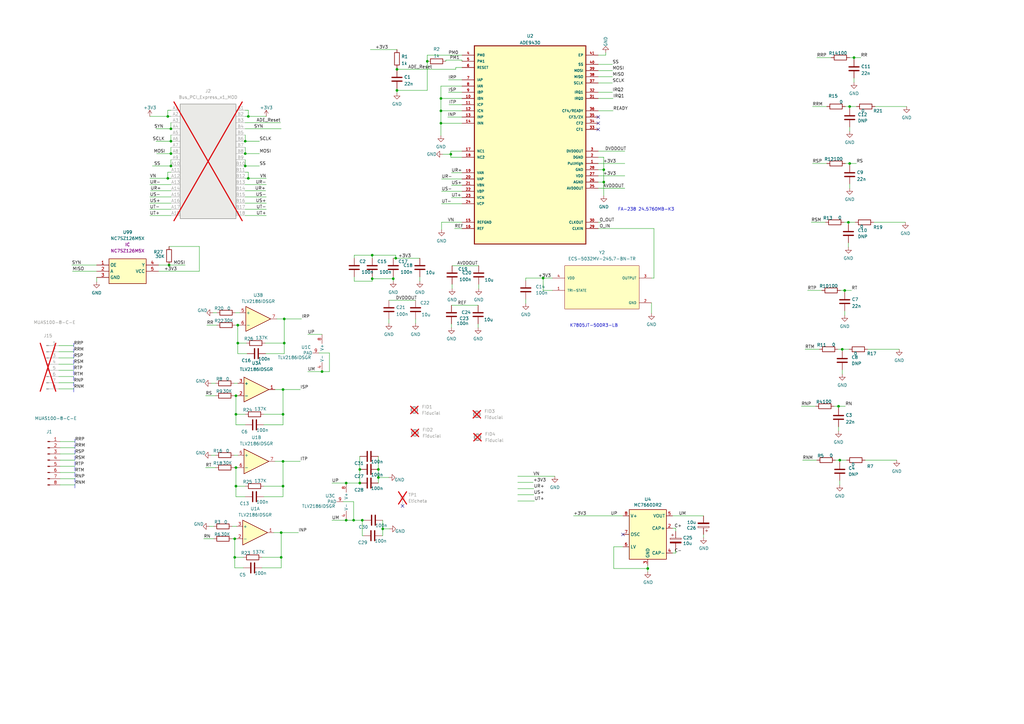
<source format=kicad_sch>
(kicad_sch (version 20231120) (generator "eeschema") (generator_version "8.0")
  (paper "A3")
  (title_block (title "ADE Interface") (rev "4.0") (company "Delta Electronics SRL"))
  (junction (at 96.774 199.39))
  (junction (at 222.758 114.046))
  (junction (at 348.488 67.056))
  (junction (at 96.774 169.926))
  (junction (at 116.586 130.81))
  (junction (at 184.912 63.246))
  (junction (at 145.034 213.36))
  (junction (at 115.316 228.6))
  (junction (at 68.834 73.152))
  (junction (at 347.98 91.186))
  (junction (at 343.916 166.624))
  (junction (at 101.854 73.152))
  (junction (at 141.986 198.12))
  (junction (at 97.536 133.35))
  (junction (at 141.986 213.36))
  (junction (at 70.104 68.072))
  (junction (at 116.586 140.716))
  (junction (at 96.774 162.306))
  (junction (at 96.774 191.77))
  (junction (at 116.078 189.23))
  (junction (at 100.584 62.992))
  (junction (at 100.584 68.072))
  (junction (at 70.104 62.992))
  (junction (at 148.59 213.36))
  (junction (at 96.266 220.98))
  (junction (at 101.854 47.752))
  (junction (at 346.456 119.126))
  (junction (at 348.488 43.688))
  (junction (at 152.654 114.3))
  (junction (at 180.848 45.466))
  (junction (at 161.29 114.3))
  (junction (at 155.194 195.834))
  (junction (at 247.65 74.676))
  (junction (at 115.316 218.44))
  (junction (at 350.266 23.622))
  (junction (at 344.424 188.722))
  (junction (at 70.104 52.832))
  (junction (at 96.266 228.6))
  (junction (at 147.574 198.12))
  (junction (at 162.306 105.918))
  (junction (at 68.834 47.752))
  (junction (at 162.814 37.084))
  (junction (at 265.684 233.172))
  (junction (at 180.848 40.386))
  (junction (at 70.104 57.912))
  (junction (at 175.26 25.146))
  (junction (at 116.078 199.39))
  (junction (at 247.65 69.596))
  (junction (at 100.584 57.912))
  (junction (at 345.44 143.256))
  (junction (at 156.972 216.916))
  (junction (at 97.536 140.716))
  (junction (at 116.078 169.926))
  (junction (at 155.194 192.532))
  (junction (at 180.848 50.546))
  (junction (at 69.342 108.712))
  (junction (at 162.814 28.448))
  (junction (at 152.654 104.648))
  (junction (at 147.574 192.532))
  (junction (at 132.08 152.4))
  (junction (at 116.078 159.766))
  (no_connect (at 245.364 53.086))
  (no_connect (at 245.364 48.006))
  (no_connect (at 245.364 50.546))
  (no_connect (at 165.1 207.518))
  (no_connect (at 255.524 219.202))
  (wire (pts (xy 39.624 113.792) (xy 39.624 115.57)))
  (wire (pts (xy 245.364 69.596) (xy 247.65 69.596)))
  (wire (pts (xy 147.574 187.198) (xy 147.574 192.532)))
  (wire (pts (xy 347.98 99.568) (xy 347.98 101.346)))
  (wire (pts (xy 268.224 114.046) (xy 267.208 114.046)))
  (wire (pts (xy 184.912 63.246) (xy 181.61 63.246)))
  (wire (pts (xy 155.194 195.834) (xy 155.194 198.12)))
  (wire (pts (xy 70.104 55.372) (xy 70.104 57.912)))
  (wire (pts (xy 24.13 141.732) (xy 30.226 141.732)))
  (wire (pts (xy 108.966 145.034) (xy 116.586 145.034)))
  (wire (pts (xy 83.566 220.98) (xy 87.63 220.98)))
  (wire (pts (xy 275.844 226.822) (xy 277.114 226.822)))
  (wire (pts (xy 347.98 91.186) (xy 350.774 91.186)))
  (wire (pts (xy 162.306 105.918) (xy 172.212 105.918)))
  (wire (pts (xy 70.104 50.292) (xy 70.104 52.832)))
  (wire (pts (xy 159.512 130.81) (xy 159.512 132.588)))
  (wire (pts (xy 109.22 88.392) (xy 100.584 88.392)))
  (wire (pts (xy 24.13 156.972) (xy 30.226 156.972)))
  (wire (pts (xy 84.328 191.77) (xy 88.392 191.77)))
  (wire (pts (xy 255.524 224.282) (xy 251.714 224.282)))
  (wire (pts (xy 245.364 91.186) (xy 246.38 91.186)))
  (wire (pts (xy 100.584 199.39) (xy 96.774 199.39)))
  (wire (pts (xy 101.092 140.716) (xy 97.536 140.716)))
  (wire (pts (xy 181.102 73.406) (xy 189.484 73.406)))
  (wire (pts (xy 156.972 216.916) (xy 159.766 216.916)))
  (wire (pts (xy 81.788 101.092) (xy 81.788 111.252)))
  (polyline (pts (xy 30.734 180.086) (xy 30.734 200.152)) (stroke (width 0) (type dash)))
  (wire (pts (xy 347.98 91.186) (xy 347.98 91.948)))
  (wire (pts (xy 348.488 67.056) (xy 351.282 67.056)))
  (wire (pts (xy 140.716 205.74) (xy 145.034 205.74)))
  (wire (pts (xy 189.484 24.638) (xy 189.484 25.146)))
  (wire (pts (xy 267.208 124.206) (xy 267.208 128.524)))
  (wire (pts (xy 346.456 119.126) (xy 349.25 119.126)))
  (wire (pts (xy 182.88 25.146) (xy 182.88 24.638)))
  (wire (pts (xy 345.44 143.256) (xy 345.44 144.018)))
  (wire (pts (xy 247.65 64.516) (xy 245.364 64.516)))
  (wire (pts (xy 172.212 113.538) (xy 172.212 115.316)))
  (wire (pts (xy 335.026 23.622) (xy 340.868 23.622)))
  (wire (pts (xy 64.008 57.912) (xy 70.104 57.912)))
  (wire (pts (xy 108.966 78.232) (xy 100.584 78.232)))
  (wire (pts (xy 116.586 140.716) (xy 116.586 130.81)))
  (wire (pts (xy 247.65 69.596) (xy 247.65 74.676)))
  (wire (pts (xy 346.202 91.186) (xy 347.98 91.186)))
  (wire (pts (xy 145.034 205.74) (xy 145.034 213.36)))
  (wire (pts (xy 24.638 198.882) (xy 30.734 198.882)))
  (wire (pts (xy 149.098 219.71) (xy 148.59 219.71)))
  (wire (pts (xy 115.316 52.832) (xy 100.584 52.832)))
  (wire (pts (xy 170.434 130.81) (xy 170.434 132.588)))
  (wire (pts (xy 96.266 232.918) (xy 99.822 232.918)))
  (wire (pts (xy 115.316 232.918) (xy 115.316 228.6)))
  (wire (pts (xy 96.266 232.918) (xy 96.266 228.6)))
  (wire (pts (xy 344.424 188.722) (xy 344.424 189.484)))
  (wire (pts (xy 189.484 48.006) (xy 183.642 48.006)))
  (wire (pts (xy 348.488 23.622) (xy 350.266 23.622)))
  (wire (pts (xy 29.464 108.712) (xy 39.624 108.712)))
  (wire (pts (xy 343.916 166.624) (xy 343.916 167.386)))
  (wire (pts (xy 96.774 162.306) (xy 97.536 162.306)))
  (wire (pts (xy 135.128 152.4) (xy 132.08 152.4)))
  (wire (pts (xy 196.342 116.586) (xy 196.342 118.364)))
  (wire (pts (xy 342.646 188.722) (xy 344.424 188.722)))
  (wire (pts (xy 68.834 47.752) (xy 70.104 47.752)))
  (wire (pts (xy 245.364 26.416) (xy 251.206 26.416)))
  (wire (pts (xy 24.638 188.722) (xy 30.734 188.722)))
  (wire (pts (xy 29.718 111.252) (xy 39.624 111.252)))
  (wire (pts (xy 24.13 159.512) (xy 30.226 159.512)))
  (wire (pts (xy 108.204 169.926) (xy 116.078 169.926)))
  (wire (pts (xy 161.29 114.3) (xy 161.29 115.316)))
  (wire (pts (xy 344.424 197.104) (xy 344.424 198.882)))
  (wire (pts (xy 65.024 108.712) (xy 69.342 108.712)))
  (wire (pts (xy 24.638 193.802) (xy 30.734 193.802)))
  (wire (pts (xy 68.834 73.152) (xy 70.104 73.152)))
  (wire (pts (xy 329.184 188.722) (xy 335.026 188.722)))
  (wire (pts (xy 350.266 23.622) (xy 353.06 23.622)))
  (wire (pts (xy 116.078 174.244) (xy 116.078 169.926)))
  (wire (pts (xy 107.442 228.6) (xy 115.316 228.6)))
  (wire (pts (xy 151.892 20.32) (xy 162.814 20.32)))
  (wire (pts (xy 100.584 50.292) (xy 115.062 50.292)))
  (wire (pts (xy 212.344 195.326) (xy 227.584 195.326)))
  (wire (pts (xy 69.342 101.092) (xy 81.788 101.092)))
  (wire (pts (xy 84.836 133.35) (xy 88.9 133.35)))
  (wire (pts (xy 215.646 114.046) (xy 215.646 115.062)))
  (wire (pts (xy 108.204 203.708) (xy 116.078 203.708)))
  (wire (pts (xy 180.848 45.466) (xy 189.484 45.466)))
  (wire (pts (xy 277.114 216.662) (xy 277.114 217.932)))
  (wire (pts (xy 97.536 145.034) (xy 97.536 140.716)))
  (wire (pts (xy 162.814 27.94) (xy 162.814 28.448)))
  (wire (pts (xy 109.22 73.152) (xy 101.854 73.152)))
  (wire (pts (xy 147.574 192.532) (xy 147.574 198.12)))
  (wire (pts (xy 245.364 93.726) (xy 268.224 93.726)))
  (wire (pts (xy 61.468 85.852) (xy 70.104 85.852)))
  (wire (pts (xy 96.774 174.244) (xy 100.584 174.244)))
  (wire (pts (xy 180.848 50.546) (xy 189.484 50.546)))
  (wire (pts (xy 189.484 91.186) (xy 181.102 91.186)))
  (wire (pts (xy 152.654 114.3) (xy 161.29 114.3)))
  (wire (pts (xy 70.104 65.532) (xy 70.104 68.072)))
  (wire (pts (xy 328.676 166.624) (xy 334.518 166.624)))
  (wire (pts (xy 101.854 47.752) (xy 100.584 47.752)))
  (wire (pts (xy 182.88 24.638) (xy 189.484 24.638)))
  (wire (pts (xy 189.484 61.976) (xy 184.912 61.976)))
  (wire (pts (xy 180.848 40.386) (xy 180.848 45.466)))
  (wire (pts (xy 185.166 125.222) (xy 196.088 125.222)))
  (wire (pts (xy 141.986 198.12) (xy 147.574 198.12)))
  (wire (pts (xy 185.166 81.026) (xy 189.484 81.026)))
  (wire (pts (xy 245.364 45.466) (xy 251.46 45.466)))
  (wire (pts (xy 116.586 145.034) (xy 116.586 140.716)))
  (wire (pts (xy 65.024 111.252) (xy 81.788 111.252)))
  (wire (pts (xy 108.204 199.39) (xy 116.078 199.39)))
  (wire (pts (xy 96.266 228.6) (xy 96.266 220.98)))
  (wire (pts (xy 115.316 218.44) (xy 122.428 218.44)))
  (wire (pts (xy 70.104 70.612) (xy 68.834 70.612)))
  (polyline (pts (xy 30.226 160.782) (xy 30.226 160.782)) (stroke (width 0) (type dash)))
  (wire (pts (xy 332.74 91.186) (xy 338.582 91.186)))
  (wire (pts (xy 185.42 108.966) (xy 196.342 108.966)))
  (wire (pts (xy 215.646 122.682) (xy 215.646 124.46)))
  (wire (pts (xy 247.65 74.676) (xy 247.65 80.264)))
  (wire (pts (xy 245.364 74.676) (xy 247.65 74.676)))
  (wire (pts (xy 96.774 174.244) (xy 96.774 169.926)))
  (wire (pts (xy 275.844 211.582) (xy 288.544 211.582)))
  (wire (pts (xy 88.392 157.226) (xy 86.614 157.226)))
  (wire (pts (xy 108.204 174.244) (xy 116.078 174.244)))
  (wire (pts (xy 245.364 31.496) (xy 251.206 31.496)))
  (wire (pts (xy 350.266 32.004) (xy 350.266 33.782)))
  (wire (pts (xy 189.484 27.686) (xy 186.944 27.686)))
  (wire (pts (xy 61.468 75.692) (xy 70.104 75.692)))
  (wire (pts (xy 24.638 181.102) (xy 30.734 181.102)))
  (wire (pts (xy 248.412 22.606) (xy 248.412 21.59)))
  (wire (pts (xy 348.488 75.438) (xy 348.488 77.216)))
  (wire (pts (xy 344.424 188.722) (xy 347.218 188.722)))
  (wire (pts (xy 212.344 197.866) (xy 218.694 197.866)))
  (wire (pts (xy 132.08 137.16) (xy 126.238 137.16)))
  (wire (pts (xy 155.194 192.532) (xy 155.194 195.834)))
  (wire (pts (xy 348.488 43.688) (xy 348.488 44.45)))
  (wire (pts (xy 61.468 80.772) (xy 70.104 80.772)))
  (wire (pts (xy 61.468 88.392) (xy 70.104 88.392)))
  (wire (pts (xy 186.944 28.448) (xy 162.814 28.448)))
  (wire (pts (xy 162.814 28.448) (xy 162.814 28.702)))
  (wire (pts (xy 68.834 70.612) (xy 68.834 73.152)))
  (wire (pts (xy 186.944 27.686) (xy 186.944 28.448)))
  (wire (pts (xy 141.986 213.36) (xy 136.144 213.36)))
  (wire (pts (xy 181.102 91.186) (xy 181.102 94.234)))
  (wire (pts (xy 109.22 75.692) (xy 100.584 75.692)))
  (wire (pts (xy 355.854 143.256) (xy 368.808 143.256)))
  (wire (pts (xy 96.774 203.708) (xy 96.774 199.39)))
  (wire (pts (xy 180.848 35.306) (xy 180.848 40.386)))
  (wire (pts (xy 162.814 36.322) (xy 162.814 37.084)))
  (wire (pts (xy 100.584 45.212) (xy 101.854 45.212)))
  (wire (pts (xy 116.586 130.81) (xy 123.698 130.81)))
  (wire (pts (xy 64.262 62.992) (xy 70.104 62.992)))
  (wire (pts (xy 189.484 64.516) (xy 184.912 64.516)))
  (wire (pts (xy 185.166 132.842) (xy 185.166 134.366)))
  (wire (pts (xy 101.854 70.612) (xy 101.854 73.152)))
  (wire (pts (xy 148.59 213.36) (xy 148.59 219.71)))
  (wire (pts (xy 344.678 119.126) (xy 346.456 119.126)))
  (wire (pts (xy 245.364 34.036) (xy 251.206 34.036)))
  (wire (pts (xy 148.59 213.36) (xy 149.352 213.36)))
  (wire (pts (xy 346.71 43.688) (xy 348.488 43.688)))
  (wire (pts (xy 97.536 145.034) (xy 101.346 145.034)))
  (wire (pts (xy 180.848 40.386) (xy 189.484 40.386)))
  (wire (pts (xy 161.29 113.538) (xy 161.29 114.3)))
  (wire (pts (xy 132.08 152.4) (xy 126.238 152.4)))
  (wire (pts (xy 226.568 114.046) (xy 222.758 114.046)))
  (wire (pts (xy 185.166 70.866) (xy 189.484 70.866)))
  (wire (pts (xy 155.194 195.834) (xy 159.512 195.834)))
  (wire (pts (xy 186.436 93.726) (xy 189.484 93.726)))
  (wire (pts (xy 184.912 61.976) (xy 184.912 63.246)))
  (wire (pts (xy 109.22 47.752) (xy 101.854 47.752)))
  (wire (pts (xy 115.316 228.6) (xy 115.316 218.44)))
  (wire (pts (xy 189.484 35.306) (xy 180.848 35.306)))
  (wire (pts (xy 96.012 162.306) (xy 96.774 162.306)))
  (wire (pts (xy 212.344 202.946) (xy 218.948 202.946)))
  (wire (pts (xy 24.638 196.342) (xy 30.734 196.342)))
  (wire (pts (xy 24.13 146.812) (xy 30.226 146.812)))
  (wire (pts (xy 343.916 175.006) (xy 343.916 176.784)))
  (wire (pts (xy 24.638 191.262) (xy 30.734 191.262)))
  (wire (pts (xy 109.22 83.312) (xy 100.584 83.312)))
  (wire (pts (xy 180.848 50.546) (xy 180.848 55.626)))
  (wire (pts (xy 156.972 213.36) (xy 156.972 216.916)))
  (wire (pts (xy 185.166 75.946) (xy 189.484 75.946)))
  (wire (pts (xy 145.288 105.918) (xy 145.288 104.648)))
  (wire (pts (xy 101.854 73.152) (xy 100.584 73.152)))
  (wire (pts (xy 346.456 127.508) (xy 346.456 129.286)))
  (wire (pts (xy 87.63 215.9) (xy 85.852 215.9)))
  (wire (pts (xy 100.584 62.992) (xy 106.426 62.992)))
  (wire (pts (xy 343.662 143.256) (xy 345.44 143.256)))
  (wire (pts (xy 61.722 78.232) (xy 70.104 78.232)))
  (polyline (pts (xy 30.734 200.152) (xy 30.734 200.152)) (stroke (width 0) (type dash)))
  (wire (pts (xy 70.104 45.212) (xy 68.834 45.212)))
  (wire (pts (xy 212.344 200.406) (xy 218.948 200.406)))
  (wire (pts (xy 189.484 32.766) (xy 183.896 32.766)))
  (wire (pts (xy 245.364 72.136) (xy 256.286 72.136)))
  (wire (pts (xy 145.288 104.648) (xy 152.654 104.648)))
  (wire (pts (xy 350.266 23.622) (xy 350.266 24.384)))
  (wire (pts (xy 100.584 70.612) (xy 101.854 70.612)))
  (wire (pts (xy 68.834 45.212) (xy 68.834 47.752)))
  (wire (pts (xy 96.774 203.708) (xy 100.584 203.708)))
  (wire (pts (xy 265.684 231.902) (xy 265.684 233.172)))
  (wire (pts (xy 235.204 211.582) (xy 255.524 211.582)))
  (wire (pts (xy 345.44 151.638) (xy 345.44 153.416)))
  (wire (pts (xy 113.538 130.81) (xy 116.586 130.81)))
  (wire (pts (xy 100.584 57.912) (xy 106.426 57.912)))
  (wire (pts (xy 162.814 37.084) (xy 162.814 38.1)))
  (wire (pts (xy 245.364 61.976) (xy 256.286 61.976)))
  (wire (pts (xy 152.654 105.918) (xy 152.654 104.648)))
  (wire (pts (xy 24.638 186.182) (xy 30.734 186.182)))
  (wire (pts (xy 107.442 232.918) (xy 115.316 232.918)))
  (wire (pts (xy 161.29 105.918) (xy 162.306 105.918)))
  (wire (pts (xy 116.078 159.766) (xy 123.19 159.766)))
  (wire (pts (xy 175.26 25.146) (xy 175.26 37.084)))
  (wire (pts (xy 88.9 128.27) (xy 87.376 128.27)))
  (wire (pts (xy 251.714 224.282) (xy 251.714 233.172)))
  (wire (pts (xy 116.078 199.39) (xy 116.078 189.23)))
  (wire (pts (xy 112.268 218.44) (xy 115.316 218.44)))
  (wire (pts (xy 348.488 43.688) (xy 351.282 43.688)))
  (wire (pts (xy 96.52 133.35) (xy 97.536 133.35)))
  (wire (pts (xy 61.468 83.312) (xy 70.104 83.312)))
  (wire (pts (xy 155.194 187.198) (xy 155.194 192.532)))
  (wire (pts (xy 116.078 189.23) (xy 123.19 189.23)))
  (wire (pts (xy 184.15 42.926) (xy 189.484 42.926)))
  (wire (pts (xy 251.714 233.172) (xy 265.684 233.172)))
  (wire (pts (xy 109.22 80.772) (xy 100.584 80.772)))
  (wire (pts (xy 116.078 169.926) (xy 116.078 159.766)))
  (wire (pts (xy 245.364 40.386) (xy 251.46 40.386)))
  (wire (pts (xy 222.758 119.126) (xy 222.758 114.046)))
  (wire (pts (xy 184.912 64.516) (xy 184.912 63.246)))
  (wire (pts (xy 96.774 169.926) (xy 96.774 162.306)))
  (wire (pts (xy 358.394 91.186) (xy 371.348 91.186)))
  (wire (pts (xy 348.488 52.07) (xy 348.488 53.848)))
  (wire (pts (xy 185.42 116.586) (xy 185.42 118.364)))
  (wire (pts (xy 99.822 228.6) (xy 96.266 228.6)))
  (wire (pts (xy 112.776 189.23) (xy 116.078 189.23)))
  (wire (pts (xy 101.854 45.212) (xy 101.854 47.752)))
  (wire (pts (xy 348.488 67.056) (xy 348.488 67.818)))
  (wire (pts (xy 141.986 198.12) (xy 136.144 198.12)))
  (wire (pts (xy 226.568 119.126) (xy 222.758 119.126)))
  (wire (pts (xy 145.034 213.36) (xy 148.59 213.36)))
  (wire (pts (xy 346.456 119.126) (xy 346.456 119.888)))
  (wire (pts (xy 354.838 188.722) (xy 367.792 188.722)))
  (wire (pts (xy 61.468 47.752) (xy 68.834 47.752)))
  (wire (pts (xy 181.102 78.486) (xy 189.484 78.486)))
  (wire (pts (xy 62.484 68.072) (xy 70.104 68.072)))
  (wire (pts (xy 152.654 114.3) (xy 152.654 115.316)))
  (wire (pts (xy 183.896 37.846) (xy 189.484 37.846)))
  (wire (pts (xy 109.22 85.852) (xy 100.584 85.852)))
  (wire (pts (xy 343.916 166.624) (xy 346.71 166.624)))
  (wire (pts (xy 152.654 104.648) (xy 162.306 104.648)))
  (wire (pts (xy 100.584 68.072) (xy 106.426 68.072)))
  (wire (pts (xy 100.584 65.532) (xy 100.584 68.072)))
  (wire (pts (xy 108.712 140.716) (xy 116.586 140.716)))
  (wire (pts (xy 346.71 67.056) (xy 348.488 67.056)))
  (wire (pts (xy 96.774 191.77) (xy 97.536 191.77)))
  (wire (pts (xy 288.544 219.202) (xy 288.544 220.472)))
  (wire (pts (xy 333.248 43.688) (xy 339.09 43.688)))
  (wire (pts (xy 345.44 143.256) (xy 348.234 143.256)))
  (wire (pts (xy 245.364 37.846) (xy 251.206 37.846)))
  (wire (pts (xy 24.13 144.272) (xy 30.226 144.272)))
  (wire (pts (xy 84.328 162.306) (xy 88.392 162.306)))
  (wire (pts (xy 212.344 205.486) (xy 219.202 205.486)))
  (wire (pts (xy 277.114 226.822) (xy 277.114 225.552)))
  (wire (pts (xy 97.536 133.35) (xy 98.298 133.35)))
  (wire (pts (xy 265.684 233.172) (xy 265.684 234.442)))
  (wire (pts (xy 333.248 67.056) (xy 339.09 67.056)))
  (wire (pts (xy 96.52 128.27) (xy 98.298 128.27)))
  (wire (pts (xy 268.224 93.726) (xy 268.224 114.046)))
  (wire (pts (xy 196.088 132.842) (xy 196.088 134.366)))
  (wire (pts (xy 95.25 220.98) (xy 96.266 220.98)))
  (wire (pts (xy 96.012 191.77) (xy 96.774 191.77)))
  (wire (pts (xy 162.814 37.084) (xy 175.26 37.084)))
  (wire (pts (xy 152.654 113.538) (xy 152.654 114.3)))
  (wire (pts (xy 100.584 60.452) (xy 100.584 62.992)))
  (wire (pts (xy 112.776 159.766) (xy 116.078 159.766)))
  (wire (pts (xy 245.364 77.216) (xy 256.286 77.216)))
  (wire (pts (xy 100.584 169.926) (xy 96.774 169.926)))
  (wire (pts (xy 24.638 183.642) (xy 30.734 183.642)))
  (wire (pts (xy 156.972 219.71) (xy 156.718 219.71)))
  (wire (pts (xy 222.758 114.046) (xy 215.646 114.046)))
  (wire (pts (xy 69.342 108.712) (xy 75.946 108.712)))
  (wire (pts (xy 145.288 113.538) (xy 145.288 115.316)))
  (wire (pts (xy 189.484 22.606) (xy 175.26 22.606)))
  (wire (pts (xy 145.034 213.36) (xy 141.986 213.36)))
  (wire (pts (xy 275.844 216.662) (xy 277.114 216.662)))
  (wire (pts (xy 61.468 73.152) (xy 68.834 73.152)))
  (wire (pts (xy 95.25 215.9) (xy 97.028 215.9)))
  (wire (pts (xy 24.13 154.432) (xy 30.226 154.432)))
  (wire (pts (xy 331.216 119.126) (xy 337.058 119.126)))
  (wire (pts (xy 130.81 144.78) (xy 135.128 144.78)))
  (wire (pts (xy 162.306 104.648) (xy 162.306 105.918)))
  (wire (pts (xy 24.13 149.352) (xy 30.226 149.352)))
  (wire (pts (xy 175.26 22.606) (xy 175.26 25.146)))
  (wire (pts (xy 342.138 166.624) (xy 343.916 166.624)))
  (wire (pts (xy 156.972 216.916) (xy 156.972 219.71)))
  (wire (pts (xy 97.536 140.716) (xy 97.536 133.35)))
  (wire (pts (xy 135.128 144.78) (xy 135.128 152.4)))
  (wire (pts (xy 96.266 220.98) (xy 97.028 220.98)))
  (wire (pts (xy 180.848 45.466) (xy 180.848 50.546)))
  (wire (pts (xy 116.078 203.708) (xy 116.078 199.39)))
  (wire (pts (xy 245.364 67.056) (xy 256.286 67.056)))
  (wire (pts (xy 247.65 64.516) (xy 247.65 69.596)))
  (wire (pts (xy 152.654 115.316) (xy 145.288 115.316)))
  (wire (pts (xy 70.104 60.452) (xy 70.104 62.992)))
  (wire (pts (xy 330.2 143.256) (xy 336.042 143.256)))
  (wire (pts (xy 245.364 28.956) (xy 251.206 28.956)))
  (wire (pts (xy 88.392 186.69) (xy 86.614 186.69)))
  (wire (pts (xy 96.012 186.69) (xy 97.536 186.69)))
  (wire (pts (xy 64.008 52.832) (xy 70.104 52.832)))
  (wire (pts (xy 245.364 22.606) (xy 248.412 22.606)))
  (wire (pts (xy 24.13 151.892) (xy 30.226 151.892)))
  (polyline (pts (xy 30.226 140.716) (xy 30.226 160.782)) (stroke (width 0) (type dash)))
  (wire (pts (xy 358.902 43.688) (xy 371.856 43.688)))
  (wire (pts (xy 181.102 83.566) (xy 189.484 83.566)))
  (wire (pts (xy 100.584 55.372) (xy 100.584 57.912)))
  (wire (pts (xy 159.512 123.19) (xy 170.434 123.19)))
  (wire (pts (xy 96.774 199.39) (xy 96.774 191.77)))
  (wire (pts (xy 96.012 157.226) (xy 97.536 157.226)))
  (text "FA-238 24.5760MB-K3" (at 253.4158 86.7156 0) (effects (font (size 1.27 1.27)) (justify left bottom)))
  (text "K7805JT-500R3-LB" (at 233.68 134.366 0) (effects (font (size 1.27 1.27)) (justify left bottom)))
  (label "+3V3" (at 220.726 114.046 0))
  (label "C-" (at 276.606 226.822 0))
  (label "RSP" (at 30.734 186.182 0))
  (label "RS" (at 351.282 67.056 0))
  (label "RRM" (at 30.226 144.272 0))
  (label "UM" (at 278.384 211.582 0))
  (label "RRM" (at 30.734 183.642 0))
  (label "INP" (at 122.428 218.44 0))
  (label "RNM" (at 30.226 159.512 0))
  (label "US+" (at 109.22 83.312 180))
  (label "SYN" (at 29.464 108.712 0))
  (label "+3V3" (at 218.694 197.866 0))
  (label "RTP" (at 331.216 119.126 0))
  (label "SCLK" (at 67.564 57.912 180))
  (label "US-" (at 181.102 78.486 0))
  (label "REF" (at 186.436 93.726 0))
  (label "US-" (at 109.22 80.772 180))
  (label "RSM" (at 30.734 188.722 0))
  (label "RNP" (at 328.676 166.624 0))
  (label "O_OUT" (at 245.872 91.186 0))
  (label "SCLK" (at 251.206 34.036 0))
  (label "UP" (at 136.144 198.12 0))
  (label "MOSI" (at 251.206 28.956 0))
  (label "UR-" (at 181.102 73.406 0))
  (label "+3V3" (at 163.322 105.918 0))
  (label "PM0" (at 183.896 22.606 0))
  (label "RR" (at 84.836 133.35 0))
  (label "RSM" (at 30.226 149.352 0))
  (label "VN" (at 218.694 195.326 0))
  (label "MOSI" (at 67.818 62.992 180))
  (label "SCLK" (at 106.426 57.912 0))
  (label "REF" (at 187.706 125.222 0))
  (label "PM1" (at 184.404 24.638 0))
  (label "+3V3" (at 235.204 211.582 0))
  (label "VN" (at 109.22 73.152 180))
  (label "RNM" (at 329.184 188.722 0))
  (label "DVDDOUT" (at 248.158 61.976 0))
  (label "VN" (at 183.642 91.186 0))
  (label "SYN" (at 67.056 52.832 180))
  (label "RNP" (at 30.226 156.972 0))
  (label "+3V3" (at 247.396 67.056 0))
  (label "+3V3" (at 247.396 72.136 0))
  (label "RTP" (at 30.734 191.262 0))
  (label "SS" (at 106.426 68.072 0))
  (label "UP" (at 250.444 211.582 0))
  (label "UT+" (at 185.166 81.026 0))
  (label "RN" (at 346.71 166.624 0))
  (label "ITP" (at 123.19 189.23 0))
  (label "RTP" (at 30.226 151.892 0))
  (label "MISO" (at 251.206 31.496 0))
  (label "RNM" (at 30.734 198.882 0))
  (label "RSP" (at 333.248 67.056 0))
  (label "AVDDOUT" (at 187.452 108.966 0))
  (label "US+" (at 218.948 202.946 0))
  (label "MOSI" (at 106.426 62.992 0))
  (label "IRQ1" (at 251.46 40.386 0))
  (label "RRM" (at 333.248 43.688 0))
  (label "RS" (at 84.328 162.306 0))
  (label "C+" (at 276.606 216.662 0))
  (label "RRP" (at 30.226 141.732 0))
  (label "UR-" (at 61.468 75.692 0))
  (label "UT-" (at 61.468 85.852 0))
  (label "O_IN" (at 245.872 93.726 0))
  (label "UT+" (at 109.22 88.392 180))
  (label "UT+" (at 61.468 88.392 0))
  (label "RSM" (at 332.74 91.186 0))
  (label "RN" (at 83.566 220.98 0))
  (label "SS" (at 65.786 68.072 180))
  (label "UT-" (at 181.102 83.566 0))
  (label "UP" (at 126.238 137.16 0))
  (label "AVDDOUT" (at 247.396 77.216 0))
  (label "UT+" (at 219.202 205.486 0))
  (label "US+" (at 185.166 75.946 0))
  (label "DVDDOUT" (at 162.306 123.19 0))
  (label "VN" (at 61.468 73.152 0))
  (label "RRP" (at 335.026 23.622 0))
  (label "RTM" (at 30.226 154.432 0))
  (label "US+" (at 61.468 83.312 0))
  (label "RTM" (at 30.734 193.802 0))
  (label "IRQ2" (at 251.206 37.846 0))
  (label "ISP" (at 183.896 37.846 0))
  (label "US-" (at 61.468 80.772 0))
  (label "SS" (at 251.206 26.416 0))
  (label "READY" (at 251.46 45.466 0))
  (label "+3V3" (at 67.31 111.252 0))
  (label "SYN" (at 104.14 52.832 0))
  (label "UR+" (at 218.948 200.406 0))
  (label "UR+" (at 61.722 78.232 0))
  (label "MOSI" (at 75.946 108.712 180))
  (label "RT" (at 84.328 191.77 0))
  (label "UM" (at 126.238 152.4 0))
  (label "+3V3" (at 153.924 20.32 0))
  (label "RRP" (at 30.734 181.102 0))
  (label "IRP" (at 123.698 130.81 0))
  (label "RNP" (at 30.734 196.342 0))
  (label "ADE_Reset" (at 167.386 28.448 0))
  (label "ADE_Reset" (at 115.062 50.292 180))
  (label "UM" (at 136.144 213.36 0))
  (label "UR-" (at 109.22 75.692 180))
  (label "RSP" (at 30.226 146.812 0))
  (label "MISO" (at 29.718 111.252 0))
  (label "RT" (at 349.25 119.126 0))
  (label "INP" (at 183.642 48.006 0))
  (label "RTM" (at 330.2 143.256 0))
  (label "ISP" (at 123.19 159.766 0))
  (label "RR" (at 353.06 23.622 0))
  (label "UT-" (at 109.22 85.852 180))
  (label "UR+" (at 185.166 70.866 0))
  (label "IRP" (at 183.896 32.766 0))
  (label "ITP" (at 184.15 42.926 0))
  (label "UR+" (at 108.966 78.232 180))
  (symbol (lib_id "power:GND") (at 159.512 195.834 90) (unit 1)
    (property "Reference" "#PWR03" (effects (hide yes)))
    (property "Value" "GND" (at 163.8554 196.7738 90))
  )
  (symbol (lib_id "Connector:TestPoint") (at 165.1 207.518 0) (unit 1) (dnp yes)
    (property "Reference" "TP1" (at 167.386 202.9459 0) (effects (justify left)))
    (property "Value" "Eticheta" (at 167.386 205.4859 0) (effects (justify left)))
    (property "Footprint" "Symbol:Eticheta" (effects (hide yes)))
  )
  (symbol (lib_id "power:GND") (at 172.212 115.316 0) (mirror y) (unit 1)
    (property "Reference" "#PWR0157" (effects (hide yes)))
    (property "Value" "GND" (at 172.212 119.8785 0))
  )
  (symbol (lib_id "Device:C") (at 103.632 232.918 270) (unit 1)
    (property "Reference" "C5" (at 99.4918 235.7374 90))
    (property "Value" "100n" (at 106.8578 235.1024 90))
    (property "Footprint" "Capacitor_SMD:C_0402_1005Metric" (effects (hide yes)))
    (property "VTPN" "4104-00100-00" (effects (hide yes)))
  )
  (symbol (lib_id "power:GND") (at 348.488 53.848 0) (unit 1)
    (property "Reference" "#PWR09" (effects (hide yes)))
    (property "Value" "GND" (at 348.488 58.4105 0))
  )
  (symbol (lib_id "Device:C") (at 105.156 145.034 270) (unit 1)
    (property "Reference" "C16" (at 101.0158 147.8534 90))
    (property "Value" "100n" (at 108.3818 147.2184 90))
    (property "Footprint" "Capacitor_SMD:C_0402_1005Metric" (effects (hide yes)))
    (property "VTPN" "4104-00100-00" (effects (hide yes)))
  )
  (symbol (lib_name "OPA2134_1") (lib_id "Amplifier_Operational:OPA2134") (at 134.62 144.78 0) (unit 3)
    (property "Reference" "U1" (at 127.5588 142.3924 0) (effects (justify right)))
    (property "Value" "TLV2186IDSGR" (at 127.6351 146.6466 0) (effects (justify right)))
    (property "Footprint" "Package_SON:WSON-8-1EP_2x2mm_P0.5mm_EP0.9x1.6mm_ThermalVias" (effects (hide yes)))
    (property "Datasheet" "http://www.ti.com/lit/ds/symlink/opa134.pdf" (effects (hide yes)))
    (property "VTPN" "4708-00010-00" (effects (hide yes)))
  )
  (symbol (lib_id "power:GND") (at 85.852 215.9 270) (unit 1)
    (property "Reference" "#PWR010" (effects (hide yes)))
    (property "Value" "GND" (at 81.5086 214.9602 90))
  )
  (symbol (lib_id "Device:R") (at 351.028 188.722 90) (unit 1)
    (property "Reference" "R7" (at 355.6 191.262 90) (effects (justify right)))
    (property "Value" "0" (at 349.1614 190.5 90) (effects (justify right)))
    (property "Footprint" "Resistor_SMD:R_0402_1005Metric" (effects (hide yes)))
    (property "VTPN" "4004-00001-00" (effects (hide yes)))
  )
  (symbol (lib_id "Device:C") (at 152.908 219.71 270) (unit 1)
    (property "Reference" "C29" (at 148.7678 222.5294 90))
    (property "Value" "100n" (at 156.1338 221.8944 90))
    (property "Footprint" "Capacitor_SMD:C_0402_1005Metric" (effects (hide yes)))
    (property "VTPN" "4104-00100-00" (effects (hide yes)))
  )
  (symbol (lib_id "Device:R") (at 92.71 128.27 270) (unit 1)
    (property "Reference" "R20" (at 91.8015 126.492 90) (effects (justify right)))
    (property "Value" "0" (at 94.5766 126.492 90) (effects (justify right)))
    (property "Footprint" "Resistor_SMD:R_0402_1005Metric" (effects (hide yes)))
    (property "VTPN" "4004-00001-00" (effects (hide yes)))
  )
  (symbol (lib_id "Device:C") (at 145.288 109.728 0) (unit 1)
    (property "Reference" "C2" (at 147.3454 107.2388 0) (effects (justify left)))
    (property "Value" "100n" (at 148.209 111.5946 0) (effects (justify left)))
    (property "Footprint" "Capacitor_SMD:C_0603_1608Metric" (effects (hide yes)))
    (property "VTPN" "4106-00020-00" (effects (hide yes)))
  )
  (symbol (lib_name "OPA2134_1") (lib_id "Amplifier_Operational:OPA2134") (at 144.526 205.74 0) (unit 3)
    (property "Reference" "U3" (at 137.4648 203.3524 0) (effects (justify right)))
    (property "Value" "TLV2186IDSGR" (at 137.5411 207.6066 0) (effects (justify right)))
    (property "Footprint" "Package_SON:WSON-8-1EP_2x2mm_P0.5mm_EP0.9x1.6mm_ThermalVias" (effects (hide yes)))
    (property "Datasheet" "http://www.ti.com/lit/ds/symlink/opa134.pdf" (effects (hide yes)))
    (property "VTPN" "4708-00010-00" (effects (hide yes)))
  )
  (symbol (lib_id "Device:CP") (at 288.544 215.392 180) (unit 1)
    (property "Reference" "C26" (at 285.5468 216.5604 0) (effects (justify left)))
    (property "Value" "10u" (at 285.5468 214.249 0) (effects (justify left)))
    (property "Footprint" "Capacitor_SMD:C_1206_3216Metric" (effects (hide yes)))
    (property "VTPN" "4112-00100-00" (effects (hide yes)))
  )
  (symbol (lib_id "Buffer3S:NC7SZ126M5X") (at 39.624 108.712 0) (unit 1)
    (property "Reference" "U99" (at 52.324 95.25 0))
    (property "Value" "NC7SZ126M5X" (at 52.324 97.79 0))
    (property "Footprint" "Buffer3S:Buffer3S" (effects (hide yes)))
    (property "Reference_1" "IC" (at 52.324 100.33 0))
    (property "Value_1" "NC7SZ126M5X" (at 52.324 102.87 0))
    (property "Footprint_1" "SOT95P280X145-5N" (effects (hide yes)))
    (property "Height" "1.45" (effects (hide yes)))
    (property "Manufacturer_Name" "onsemi" (effects (hide yes)))
    (property "Manufacturer_Part_Number" "NC7SZ126M5X" (effects (hide yes)))
    (property "Mouser Part Number" "512-NC7SZ126M5X" (effects (hide yes)))
    (property "Mouser Price/Stock" "https://www.mouser.co.uk/ProductDetail/ON-Semiconductor-Fairchild/NC7SZ126M5X?qs=HZXUBxYhOPmLzNTkuMx7Mg%3D%3D" (effects (hide yes)))
    (property "Arrow Part Number" "NC7SZ126M5X" (effects (hide yes)))
    (property "Arrow Price/Stock" "https://www.arrow.com/en/products/nc7sz126m5x/on-semiconductor?region=nac" (effects (hide yes)))
    (property "VTPN" "4726-00010-00" (effects (hide yes)))
  )
  (symbol (lib_id "Device:CP") (at 277.114 221.742 0) (unit 1)
    (property "Reference" "C25" (at 280.1112 220.5736 0) (effects (justify left)))
    (property "Value" "10u" (at 280.1112 222.885 0) (effects (justify left)))
    (property "Footprint" "Capacitor_SMD:C_1206_3216Metric" (effects (hide yes)))
    (property "VTPN" "4112-00100-00" (effects (hide yes)))
  )
  (symbol (lib_id "Device:R") (at 338.836 188.722 270) (unit 1)
    (property "Reference" "R5" (at 337.9275 186.944 90) (effects (justify right)))
    (property "Value" "0" (at 341.63 186.8424 90) (effects (justify right)))
    (property "Footprint" "Resistor_SMD:R_0402_1005Metric" (effects (hide yes)))
    (property "VTPN" "4004-00001-00" (effects (hide yes)))
  )
  (symbol (lib_id "power:GND") (at 343.916 176.784 0) (unit 1)
    (property "Reference" "#PWR01" (effects (hide yes)))
    (property "Value" "GND" (at 343.916 181.3465 0))
  )
  (symbol (lib_id "Device:C") (at 196.088 129.032 0) (mirror y) (unit 1)
    (property "Reference" "C24" (at 193.167 128.1235 0) (effects (justify left)))
    (property "Value" "10u" (at 202.2856 131.0894 0) (effects (justify left)))
    (property "Footprint" "Capacitor_SMD:C_1206_3216Metric" (effects (hide yes)))
    (property "VTPN" "4112-00100-00" (effects (hide yes)))
  )
  (symbol (lib_id "power:GND") (at 215.646 124.46 0) (unit 1)
    (property "Reference" "#PWR0161" (effects (hide yes)))
    (property "Value" "GND" (at 215.646 129.0225 0))
  )
  (symbol (lib_id "Device:R") (at 355.092 43.688 90) (unit 1)
    (property "Reference" "R21" (at 358.14 45.466 90) (effects (justify right)))
    (property "Value" "0" (at 353.2254 45.466 90) (effects (justify right)))
    (property "Footprint" "Resistor_SMD:R_0402_1005Metric" (effects (hide yes)))
    (property "VTPN" "4004-00001-00" (effects (hide yes)))
  )
  (symbol (lib_id "Device:R") (at 91.44 220.98 270) (unit 1)
    (property "Reference" "R6" (at 90.5315 219.202 90) (effects (justify right)))
    (property "Value" "30K" (at 94.4626 219.1004 90) (effects (justify right)))
    (property "Footprint" "Resistor_SMD:R_0402_1005Metric" (effects (hide yes)))
    (property "VTPN" "4004-00100-00" (effects (hide yes)))
  )
  (symbol (lib_id "Device:C") (at 346.456 123.698 0) (unit 1)
    (property "Reference" "C7" (at 349.377 122.7895 0) (effects (justify left)))
    (property "Value" "22n" (at 349.377 125.5646 0) (effects (justify left)))
    (property "Footprint" "Capacitor_SMD:C_0402_1005Metric" (effects (hide yes)))
    (property "VTPN" "4104-00020-00" (effects (hide yes)))
  )
  (symbol (lib_id "power:GND") (at 367.792 188.722 0) (unit 1)
    (property "Reference" "#PWR017" (effects (hide yes)))
    (property "Value" "GND" (at 367.792 193.2845 0))
  )
  (symbol (lib_id "power:GND") (at 161.29 115.316 0) (unit 1)
    (property "Reference" "#PWR0158" (effects (hide yes)))
    (property "Value" "GND" (at 161.29 119.8785 0))
  )
  (symbol (lib_id "Device:R") (at 339.852 143.256 270) (unit 1)
    (property "Reference" "R11" (at 338.9435 141.478 90) (effects (justify right)))
    (property "Value" "0" (at 342.646 141.3764 90) (effects (justify right)))
    (property "Footprint" "Resistor_SMD:R_0402_1005Metric" (effects (hide yes)))
    (property "VTPN" "4004-00001-00" (effects (hide yes)))
  )
  (symbol (lib_id "power:GND") (at 39.624 115.57 0) (unit 1)
    (property "Reference" "#PWR0104" (effects (hide yes)))
    (property "Value" "GND" (at 39.624 120.1325 0))
  )
  (symbol (lib_id "Regulator_SwitchedCapacitor:LMC7660") (at 265.684 219.202 0) (unit 1)
    (property "Reference" "U4" (at 265.684 204.8002 0))
    (property "Value" "MC7660DR2" (at 265.684 207.1116 0))
    (property "Footprint" "Package_SO:SO-8_3.9x4.9mm_P1.27mm" (effects (hide yes)))
    (property "Datasheet" "http://www.ti.com/lit/ds/symlink/lmc7660.pdf" (effects (hide yes)))
    (property "VTPN" "4520-00030-00" (effects (hide yes)))
  )
  (symbol (lib_id "power:GND") (at 185.42 118.364 0) (unit 1)
    (property "Reference" "#PWR0166" (effects (hide yes)))
    (property "Value" "GND" (at 185.42 122.9265 0))
  )
  (symbol (lib_id "power:GND") (at 371.348 91.186 0) (unit 1)
    (property "Reference" "#PWR019" (effects (hide yes)))
    (property "Value" "GND" (at 371.348 95.7485 0))
  )
  (symbol (lib_id "ECS-5032:ECS-5032MV-245.7-BN-TR") (at 246.888 116.586 0) (unit 1)
    (property "Reference" "Y2" (at 246.888 103.5812 0))
    (property "Value" "ECS-5032MV-245.7-BN-TR" (at 246.888 106.1212 0))
    (property "Footprint" "Oscillator:OSC_ECS-5032MV-245.7-BN-TR" (effects (hide yes)))
    (property "VTPN" "4712-00020-00" (effects (hide yes)))
  )
  (symbol (lib_id "Amplifier_Operational:OPA2134") (at 105.156 159.766 0) (unit 1)
    (property "Reference" "U3" (at 105.156 148.9456 0))
    (property "Value" "TLV2186IDSGR" (at 105.156 151.4856 0))
    (property "Footprint" "Package_SON:WSON-8-1EP_2x2mm_P0.5mm_EP0.9x1.6mm_ThermalVias" (effects (hide yes)))
    (property "Datasheet" "http://www.ti.com/lit/ds/symlink/opa134.pdf" (effects (hide yes)))
    (property "VTPN" "4708-00010-00" (effects (hide yes)))
  )
  (symbol (lib_id "Device:R") (at 92.202 186.69 270) (unit 1)
    (property "Reference" "R16" (at 91.2935 184.912 90) (effects (justify right)))
    (property "Value" "0" (at 94.0686 184.912 90) (effects (justify right)))
    (property "Footprint" "Resistor_SMD:R_0402_1005Metric" (effects (hide yes)))
    (property "VTPN" "4004-00001-00" (effects (hide yes)))
  )
  (symbol (lib_id "Device:R") (at 342.9 43.688 270) (unit 1)
    (property "Reference" "R15" (at 343.662 39.37 90) (effects (justify right)))
    (property "Value" "0" (at 345.694 41.8084 90) (effects (justify right)))
    (property "Footprint" "Resistor_SMD:R_0402_1005Metric" (effects (hide yes)))
    (property "VTPN" "4004-00001-00" (effects (hide yes)))
  )
  (symbol (lib_id "Device:C") (at 151.384 192.532 270) (unit 1)
    (property "Reference" "C27" (at 147.2438 195.3514 90))
    (property "Value" "100n" (at 154.6098 194.7164 90))
    (property "Footprint" "Capacitor_SMD:C_0402_1005Metric" (effects (hide yes)))
    (property "VTPN" "4104-00100-00" (effects (hide yes)))
  )
  (symbol (lib_id "power:+3.3V") (at 61.468 47.752 0) (unit 1)
    (property "Reference" "#PWR011" (effects (hide yes)))
    (property "Value" "+3V3" (at 61.468 44.1475 0))
  )
  (symbol (lib_id "Device:R") (at 338.328 166.624 270) (unit 1)
    (property "Reference" "R4" (at 337.4195 164.846 90) (effects (justify right)))
    (property "Value" "100" (at 341.122 164.7444 90) (effects (justify right)))
    (property "Footprint" "Resistor_SMD:R_0402_1005Metric" (effects (hide yes)))
    (property "VTPN" "4004-00020-00" (effects (hide yes)))
  )
  (symbol (lib_id "power:GND") (at 87.376 128.27 270) (unit 1)
    (property "Reference" "#PWR016" (effects (hide yes)))
    (property "Value" "GND" (at 83.0326 127.3302 90))
  )
  (symbol (lib_id "power:GND") (at 86.614 186.69 270) (unit 1)
    (property "Reference" "#PWR015" (effects (hide yes)))
    (property "Value" "GND" (at 82.2706 185.7502 90))
  )
  (symbol (lib_id "Device:C") (at 152.654 109.728 0) (unit 1)
    (property "Reference" "C15" (at 154.7114 107.2388 0) (effects (justify left)))
    (property "Value" "100n" (at 155.575 111.5946 0) (effects (justify left)))
    (property "Footprint" "Capacitor_SMD:C_0402_1005Metric" (effects (hide yes)))
    (property "VTPN" "4104-00100-00" (effects (hide yes)))
  )
  (symbol (lib_id "power:+3.3V") (at 109.22 47.752 0) (mirror y) (unit 1)
    (property "Reference" "#PWR012" (effects (hide yes)))
    (property "Value" "+3V3" (at 109.22 44.1475 0))
  )
  (symbol (lib_id "power:GND") (at 170.434 132.588 0) (mirror y) (unit 1)
    (property "Reference" "#PWR0155" (effects (hide yes)))
    (property "Value" "GND" (at 170.434 137.1505 0))
  )
  (symbol (lib_id "power:GND") (at 162.814 38.1 0) (unit 1)
    (property "Reference" "#PWR0169" (effects (hide yes)))
    (property "Value" "GND" (at 162.814 42.6625 0))
  )
  (symbol (lib_id "Device:C") (at 151.384 187.198 270) (unit 1)
    (property "Reference" "C31" (at 147.2438 190.0174 90))
    (property "Value" "100n" (at 154.6098 189.3824 90))
    (property "Footprint" "Capacitor_SMD:C_0402_1005Metric" (effects (hide yes)))
    (property "VTPN" "4104-00100-00" (effects (hide yes)))
  )
  (symbol (lib_id "Device:C") (at 196.342 112.776 0) (mirror y) (unit 1)
    (property "Reference" "C20" (at 193.421 111.8675 0) (effects (justify left)))
    (property "Value" "10u" (at 202.5396 114.8334 0) (effects (justify left)))
    (property "Footprint" "Capacitor_SMD:C_1206_3216Metric" (effects (hide yes)))
    (property "VTPN" "4112-00100-00" (effects (hide yes)))
  )
  (symbol (lib_id "power:GND") (at 159.512 132.588 0) (unit 1)
    (property "Reference" "#PWR0156" (effects (hide yes)))
    (property "Value" "GND" (at 159.512 137.1505 0))
  )
  (symbol (lib_id "Device:C") (at 161.29 109.728 0) (unit 1)
    (property "Reference" "C17" (at 163.3474 107.2388 0) (effects (justify left)))
    (property "Value" "100n" (at 164.211 111.5946 0) (effects (justify left)))
    (property "Footprint" "Capacitor_SMD:C_0402_1005Metric" (effects (hide yes)))
    (property "VTPN" "4104-00100-00" (effects (hide yes)))
  )
  (symbol (lib_id "power:GND") (at 185.166 134.366 0) (unit 1)
    (property "Reference" "#PWR0164" (effects (hide yes)))
    (property "Value" "GND" (at 185.166 138.9285 0))
  )
  (symbol (lib_id "power:GND") (at 345.44 153.416 0) (unit 1)
    (property "Reference" "#PWR05" (effects (hide yes)))
    (property "Value" "GND" (at 345.44 157.9785 0))
  )
  (symbol (lib_id "Mechanical:Fiducial") (at 169.926 168.148 0) (unit 1) (dnp yes)
    (property "Reference" "FID1" (at 172.974 166.8779 0) (effects (justify left)))
    (property "Value" "Fiducial" (at 172.974 169.4179 0) (effects (justify left)))
    (property "Footprint" "Fiducial:Fiducial_1mm_Mask2mm" (effects (hide yes)))
  )
  (symbol (lib_id "Device:C") (at 348.488 71.628 0) (unit 1)
    (property "Reference" "C9" (at 351.409 70.7195 0) (effects (justify left)))
    (property "Value" "22n" (at 351.409 73.4946 0) (effects (justify left)))
    (property "Footprint" "Capacitor_SMD:C_0402_1005Metric" (effects (hide yes)))
    (property "VTPN" "4104-00020-00" (effects (hide yes)))
  )
  (symbol (lib_id "power:GND") (at 196.088 134.366 0) (mirror y) (unit 1)
    (property "Reference" "#PWR0162" (effects (hide yes)))
    (property "Value" "GND" (at 196.088 138.9285 0))
  )
  (symbol (lib_id "power:GND") (at 267.208 128.524 0) (unit 1)
    (property "Reference" "#PWR0160" (effects (hide yes)))
    (property "Value" "GND" (at 267.208 133.0865 0))
  )
  (symbol (lib_id "power:GND") (at 247.65 80.264 0) (unit 1)
    (property "Reference" "#PWR0159" (effects (hide yes)))
    (property "Value" "GND" (at 247.65 84.8265 0))
  )
  (symbol (lib_id "Device:R") (at 92.71 133.35 270) (unit 1)
    (property "Reference" "R22" (at 91.8015 131.572 90) (effects (justify right)))
    (property "Value" "30K" (at 95.7326 131.4704 90) (effects (justify right)))
    (property "Footprint" "Resistor_SMD:R_0402_1005Metric" (effects (hide yes)))
    (property "VTPN" "4004-00100-00" (effects (hide yes)))
  )
  (symbol (lib_id "Device:R") (at 92.202 162.306 270) (unit 1)
    (property "Reference" "R9" (at 91.2935 160.528 90) (effects (justify right)))
    (property "Value" "30K" (at 95.2246 160.4264 90) (effects (justify right)))
    (property "Footprint" "Resistor_SMD:R_0402_1005Metric" (effects (hide yes)))
    (property "VTPN" "4004-00100-00" (effects (hide yes)))
  )
  (symbol (lib_id "Device:R") (at 354.584 91.186 90) (unit 1)
    (property "Reference" "R19" (at 358.14 93.218 90) (effects (justify right)))
    (property "Value" "0" (at 352.7174 92.964 90) (effects (justify right)))
    (property "Footprint" "Resistor_SMD:R_0402_1005Metric" (effects (hide yes)))
    (property "VTPN" "4004-00001-00" (effects (hide yes)))
  )
  (symbol (lib_id "Device:R") (at 91.44 215.9 270) (unit 1)
    (property "Reference" "R3" (at 90.5315 214.122 90) (effects (justify right)))
    (property "Value" "0" (at 93.3066 214.122 90) (effects (justify right)))
    (property "Footprint" "Resistor_SMD:R_0402_1005Metric" (effects (hide yes)))
    (property "VTPN" "4004-00001-00" (effects (hide yes)))
  )
  (symbol (lib_id "Device:R") (at 344.678 23.622 270) (unit 1)
    (property "Reference" "R14" (at 343.7695 21.844 90) (effects (justify right)))
    (property "Value" "100" (at 347.472 21.7424 90) (effects (justify right)))
    (property "Footprint" "Resistor_SMD:R_0402_1005Metric" (effects (hide yes)))
    (property "VTPN" "4004-00020-00" (effects (hide yes)))
  )
  (symbol (lib_id "Device:C") (at 215.646 118.872 0) (unit 1)
    (property "Reference" "C14" (at 219.6846 117.6019 0) (effects (justify left)))
    (property "Value" "100n" (at 219.6846 120.1419 0) (effects (justify left)))
    (property "Footprint" "Capacitor_SMD:C_0402_1005Metric" (effects (hide yes)))
    (property "VTPN" "4104-00100-00" (effects (hide yes)))
  )
  (symbol (lib_id "Device:C") (at 185.42 112.776 0) (unit 1)
    (property "Reference" "C19" (at 187.8838 110.363 0) (effects (justify left)))
    (property "Value" "100n" (at 188.341 114.6426 0) (effects (justify left)))
    (property "Footprint" "Capacitor_SMD:C_0402_1005Metric" (effects (hide yes)))
    (property "VTPN" "4104-00100-00" (effects (hide yes)))
  )
  (symbol (lib_id "power:GND") (at 248.412 21.59 180) (unit 1)
    (property "Reference" "#PWR0151" (effects (hide yes)))
    (property "Value" "GND" (at 248.412 17.0275 90))
  )
  (symbol (lib_id "Device:C") (at 104.394 203.708 270) (unit 1)
    (property "Reference" "C13" (at 100.2538 206.5274 90))
    (property "Value" "100n" (at 107.6198 205.8924 90))
    (property "Footprint" "Capacitor_SMD:C_0402_1005Metric" (effects (hide yes)))
    (property "VTPN" "4104-00100-00" (effects (hide yes)))
  )
  (symbol (lib_id "Device:R") (at 352.044 143.256 90) (unit 1)
    (property "Reference" "R17" (at 355.6 145.034 90) (effects (justify right)))
    (property "Value" "0" (at 350.1774 145.034 90) (effects (justify right)))
    (property "Footprint" "Resistor_SMD:R_0402_1005Metric" (effects (hide yes)))
    (property "VTPN" "4004-00001-00" (effects (hide yes)))
  )
  (symbol (lib_id "Interface:Bus_PCI_Express_x1_MOD") (at 85.344 64.262 0) (unit 1) (dnp yes)
    (property "Reference" "J2" (at 85.344 37.338 0))
    (property "Value" "Bus_PCI_Express_x1_MOD" (at 85.344 39.878 0))
    (property "Footprint" "Connector_PCBEdge:BUS_PCIexpress_x1" (effects (hide yes)))
    (property "Datasheet" "http://www.ritrontek.com/uploadfile/2016/1026/20161026105231124.pdf#page=63" (effects (hide yes)))
  )
  (symbol (lib_id "Device:C") (at 159.512 127 0) (unit 1)
    (property "Reference" "C21" (at 162.433 126.0915 0) (effects (justify left)))
    (property "Value" "100n" (at 162.433 128.8666 0) (effects (justify left)))
    (property "Footprint" "Capacitor_SMD:C_0402_1005Metric" (effects (hide yes)))
    (property "VTPN" "4104-00100-00" (effects (hide yes)))
  )
  (symbol (lib_id "Device:C") (at 151.384 198.12 270) (unit 1)
    (property "Reference" "C28" (at 147.2438 200.9394 90))
    (property "Value" "100n" (at 154.6098 200.3044 90))
    (property "Footprint" "Capacitor_SMD:C_0402_1005Metric" (effects (hide yes)))
    (property "VTPN" "4104-00100-00" (effects (hide yes)))
  )
  (symbol (lib_id "power:GND") (at 86.614 157.226 270) (unit 1)
    (property "Reference" "#PWR014" (effects (hide yes)))
    (property "Value" "GND" (at 82.2706 156.2862 90))
  )
  (symbol (lib_id "Device:R") (at 340.868 119.126 270) (unit 1)
    (property "Reference" "R10" (at 339.9595 117.348 90) (effects (justify right)))
    (property "Value" "100" (at 343.662 117.2464 90) (effects (justify right)))
    (property "Footprint" "Resistor_SMD:R_0402_1005Metric" (effects (hide yes)))
    (property "VTPN" "4004-00020-00" (effects (hide yes)))
  )
  (symbol (lib_id "Analog:ADE9430") (at 217.424 56.896 0) (unit 1)
    (property "Reference" "U2" (at 217.424 14.7533 0))
    (property "Value" "ADE9430" (at 217.424 17.5284 0))
    (property "Footprint" "Package_QFP:ADE9430" (effects (hide yes)))
    (property "OC_FARNELL" "unknown" (effects (hide yes)))
    (property "OC_NEWARK" "07P8991" (effects (hide yes)))
    (property "MPN" "AD9115BCPZ" (effects (hide yes)))
    (property "PACKAGE" "LFCSP-40" (effects (hide yes)))
    (property "SUPPLIER" "Analog Devices" (effects (hide yes)))
    (property "VTPN" "4706-00030-00" (effects (hide yes)))
  )
  (symbol (lib_id "Device:R") (at 104.394 199.39 270) (unit 1)
    (property "Reference" "R25" (at 103.4855 197.612 90) (effects (justify right)))
    (property "Value" "137K" (at 109.3978 197.2056 90) (effects (justify right)))
    (property "Footprint" "Resistor_SMD:R_0402_1005Metric" (effects (hide yes)))
    (property "VTPN" "4004-02000-00" (effects (hide yes)))
  )
  (symbol (lib_id "Device:R") (at 162.814 24.13 180) (unit 1)
    (property "Reference" "R1" (at 164.592 23.2215 0) (effects (justify right)))
    (property "Value" "1k" (at 164.592 25.9966 0) (effects (justify right)))
    (property "Footprint" "Resistor_SMD:R_0402_1005Metric" (effects (hide yes)))
    (property "VTPN" "4004-00010-00" (effects (hide yes)))
  )
  (symbol (lib_id "power:GND") (at 344.424 198.882 0) (unit 1)
    (property "Reference" "#PWR02" (effects (hide yes)))
    (property "Value" "GND" (at 344.424 203.4445 0))
  )
  (symbol (lib_id "power:GND") (at 196.342 118.364 0) (mirror y) (unit 1)
    (property "Reference" "#PWR0165" (effects (hide yes)))
    (property "Value" "GND" (at 196.342 122.9265 0))
  )
  (symbol (lib_id "Device:C") (at 104.394 174.244 270) (unit 1)
    (property "Reference" "C6" (at 100.2538 177.0634 90))
    (property "Value" "100n" (at 107.6198 176.4284 90))
    (property "Footprint" "Capacitor_SMD:C_0402_1005Metric" (effects (hide yes)))
    (property "VTPN" "4104-00100-00" (effects (hide yes)))
  )
  (symbol (lib_id "Device:R") (at 103.632 228.6 270) (unit 1)
    (property "Reference" "R23" (at 102.7235 226.822 90) (effects (justify right)))
    (property "Value" "137K" (at 108.6358 226.4156 90) (effects (justify right)))
    (property "Footprint" "Resistor_SMD:R_0402_1005Metric" (effects (hide yes)))
    (property "VTPN" "4004-02000-00" (effects (hide yes)))
  )
  (symbol (lib_id "Amplifier_Operational:OPA2134") (at 105.918 130.81 0) (unit 2)
    (property "Reference" "U3" (at 105.918 121.0564 0))
    (property "Value" "TLV2186IDSGR" (at 105.918 123.5964 0))
    (property "Footprint" "Package_SON:WSON-8-1EP_2x2mm_P0.5mm_EP0.9x1.6mm_ThermalVias" (effects (hide yes)))
    (property "Datasheet" "http://www.ti.com/lit/ds/symlink/opa134.pdf" (effects (hide yes)))
    (property "VTPN" "4708-00010-00" (effects (hide yes)))
  )
  (symbol (lib_id "Device:R") (at 92.202 191.77 270) (unit 1)
    (property "Reference" "R18" (at 91.2935 189.992 90) (effects (justify right)))
    (property "Value" "30K" (at 95.2246 189.8904 90) (effects (justify right)))
    (property "Footprint" "Resistor_SMD:R_0402_1005Metric" (effects (hide yes)))
    (property "VTPN" "4004-00100-00" (effects (hide yes)))
  )
  (symbol (lib_id "Device:C") (at 343.916 171.196 0) (unit 1)
    (property "Reference" "C3" (at 346.837 170.2875 0) (effects (justify left)))
    (property "Value" "22n" (at 346.837 173.0626 0) (effects (justify left)))
    (property "Footprint" "Capacitor_SMD:C_0402_1005Metric" (effects (hide yes)))
    (property "VTPN" "4104-00020-00" (effects (hide yes)))
  )
  (symbol (lib_id "Device:R") (at 104.394 169.926 270) (unit 1)
    (property "Reference" "R24" (at 103.4855 168.148 90) (effects (justify right)))
    (property "Value" "137K" (at 109.3978 167.7416 90) (effects (justify right)))
    (property "Footprint" "Resistor_SMD:R_0402_1005Metric" (effects (hide yes)))
    (property "VTPN" "4004-02000-00" (effects (hide yes)))
  )
  (symbol (lib_id "power:GND") (at 181.61 63.246 270) (unit 1)
    (property "Reference" "#PWR0172" (effects (hide yes)))
    (property "Value" "GND" (at 177.0475 63.246 90))
  )
  (symbol (lib_id "power:GND") (at 181.102 94.234 0) (unit 1)
    (property "Reference" "#PWR0170" (effects (hide yes)))
    (property "Value" "GND" (at 181.102 98.7965 0))
  )
  (symbol (lib_id "Device:C") (at 344.424 193.294 0) (unit 1)
    (property "Reference" "C4" (at 347.98 192.0239 0) (effects (justify left)))
    (property "Value" "DNP" (at 347.98 194.5639 0) (effects (justify left)))
    (property "Footprint" "Capacitor_SMD:C_0402_1005Metric" (effects (hide yes)))
    (property "VTPN" "4104-00000-00" (effects (hide yes)))
  )
  (symbol (lib_id "Amplifier_Operational:OPA2134") (at 105.156 189.23 0) (unit 2)
    (property "Reference" "U1" (at 105.156 179.4256 0))
    (property "Value" "TLV2186IDSGR" (at 105.156 181.9656 0))
    (property "Footprint" "Package_SON:WSON-8-1EP_2x2mm_P0.5mm_EP0.9x1.6mm_ThermalVias" (effects (hide yes)))
    (property "Datasheet" "http://www.ti.com/lit/ds/symlink/lm358.pdf" (effects (hide yes)))
    (property "VTPN" "4708-00010-00" (effects (hide yes)))
  )
  (symbol (lib_id "Mechanical:Fiducial") (at 170.18 177.546 0) (unit 1) (dnp yes)
    (property "Reference" "FID2" (at 173.228 176.2759 0) (effects (justify left)))
    (property "Value" "Fiducial" (at 173.228 178.8159 0) (effects (justify left)))
    (property "Footprint" "Fiducial:Fiducial_1mm_Mask2mm" (effects (hide yes)))
  )
  (symbol (lib_id "Mechanical:Fiducial") (at 195.834 179.324 0) (unit 1) (dnp yes)
    (property "Reference" "FID4" (at 198.882 178.0539 0) (effects (justify left)))
    (property "Value" "Fiducial" (at 198.882 180.5939 0) (effects (justify left)))
    (property "Footprint" "Fiducial:Fiducial_1mm_Mask2mm" (effects (hide yes)))
  )
  (symbol (lib_id "power:GND") (at 348.488 77.216 0) (unit 1)
    (property "Reference" "#PWR06" (effects (hide yes)))
    (property "Value" "GND" (at 348.488 81.7785 0))
  )
  (symbol (lib_id "Device:R") (at 179.07 25.146 90) (unit 1)
    (property "Reference" "R2" (at 179.07 20.1635 90))
    (property "Value" "1k" (at 179.07 22.9386 90))
    (property "Footprint" "Resistor_SMD:R_0402_1005Metric" (effects (hide yes)))
    (property "VTPN" "4004-00010-00" (effects (hide yes)))
  )
  (symbol (lib_id "power:GND") (at 346.456 129.286 0) (unit 1)
    (property "Reference" "#PWR04" (effects (hide yes)))
    (property "Value" "GND" (at 346.456 133.8485 0))
  )
  (symbol (lib_id "power:GND") (at 265.684 234.442 0) (unit 1)
    (property "Reference" "#PWR0103" (effects (hide yes)))
    (property "Value" "GND" (at 265.811 238.8362 0))
  )
  (symbol (lib_id "power:GND") (at 347.98 101.346 0) (unit 1)
    (property "Reference" "#PWR07" (effects (hide yes)))
    (property "Value" "GND" (at 347.98 105.9085 0))
  )
  (symbol (lib_id "power:GND") (at 350.266 33.782 0) (unit 1)
    (property "Reference" "#PWR08" (effects (hide yes)))
    (property "Value" "GND" (at 350.266 38.3445 0))
  )
  (symbol (lib_id "Device:R") (at 92.202 157.226 270) (unit 1)
    (property "Reference" "R8" (at 91.2935 155.448 90) (effects (justify right)))
    (property "Value" "0" (at 94.0686 155.448 90) (effects (justify right)))
    (property "Footprint" "Resistor_SMD:R_0402_1005Metric" (effects (hide yes)))
    (property "VTPN" "4004-00001-00" (effects (hide yes)))
  )
  (symbol (lib_id "Device:R") (at 104.902 140.716 270) (unit 1)
    (property "Reference" "R26" (at 103.9935 138.938 90) (effects (justify right)))
    (property "Value" "137K" (at 109.9058 138.5316 90) (effects (justify right)))
    (property "Footprint" "Resistor_SMD:R_0402_1005Metric" (effects (hide yes)))
    (property "VTPN" "4004-02000-00" (effects (hide yes)))
  )
  (symbol (lib_id "Device:C") (at 162.814 32.512 0) (unit 1)
    (property "Reference" "C1" (at 165.735 31.6035 0) (effects (justify left)))
    (property "Value" "22n" (at 165.735 34.3786 0) (effects (justify left)))
    (property "Footprint" "Capacitor_SMD:C_0402_1005Metric" (effects (hide yes)))
    (property "VTPN" "4104-00020-00" (effects (hide yes)))
  )
  (symbol (lib_id "Device:C") (at 153.162 213.36 270) (unit 1)
    (property "Reference" "C30" (at 149.0218 216.1794 90))
    (property "Value" "100n" (at 156.3878 215.5444 90))
    (property "Footprint" "Capacitor_SMD:C_0402_1005Metric" (effects (hide yes)))
    (property "VTPN" "4104-00100-00" (effects (hide yes)))
  )
  (symbol (lib_id "power:GND") (at 227.584 195.326 0) (unit 1)
    (property "Reference" "#PWR013" (effects (hide yes)))
    (property "Value" "GND" (at 227.584 199.8885 0))
  )
  (symbol (lib_id "Device:C") (at 185.166 129.032 0) (unit 1)
    (property "Reference" "C23" (at 188.3918 130.6322 0) (effects (justify left)))
    (property "Value" "100n" (at 187.2234 132.6388 0) (effects (justify left)))
    (property "Footprint" "Capacitor_SMD:C_0402_1005Metric" (effects (hide yes)))
    (property "VTPN" "4104-00100-00" (effects (hide yes)))
  )
  (symbol (lib_id "Device:R") (at 342.392 91.186 270) (unit 1)
    (property "Reference" "R13" (at 341.4835 89.408 90) (effects (justify right)))
    (property "Value" "0" (at 345.186 89.3064 90) (effects (justify right)))
    (property "Footprint" "Resistor_SMD:R_0402_1005Metric" (effects (hide yes)))
    (property "VTPN" "4004-00001-00" (effects (hide yes)))
  )
  (symbol (lib_id "Device:C") (at 170.434 127 0) (mirror y) (unit 1)
    (property "Reference" "C22" (at 176.2252 124.2314 0) (effects (justify left)))
    (property "Value" "10u" (at 176.6316 129.0574 0) (effects (justify left)))
    (property "Footprint" "Capacitor_SMD:C_1206_3216Metric" (effects (hide yes)))
    (property "VTPN" "4112-00100-00" (effects (hide yes)))
  )
  (symbol (lib_id "Connector:Conn_01x08_Male") (at 19.05 149.352 0) (unit 1) (dnp yes)
    (property "Reference" "J15" (at 19.685 137.6893 0))
    (property "Value" "MUAS100-8-C-E" (at 22.3774 132.207 0))
    (property "Footprint" "Connector_PinHeader_2.54mm:PinHeader_1x08_P2.54mm_Vertical" (effects (hide yes)))
    (property "VTPN" "4401-00030-00" (effects (hide yes)))
  )
  (symbol (lib_id "Device:C") (at 172.212 109.728 0) (mirror y) (unit 1)
    (property "Reference" "C18" (at 169.291 108.8195 0) (effects (justify left)))
    (property "Value" "10u" (at 178.4096 111.7854 0) (effects (justify left)))
    (property "Footprint" "Capacitor_SMD:C_1206_3216Metric" (effects (hide yes)))
    (property "VTPN" "4112-00100-00" (effects (hide yes)))
  )
  (symbol (lib_id "power:GND") (at 180.848 55.626 0) (unit 1)
    (property "Reference" "#PWR0101" (effects (hide yes)))
    (property "Value" "GND" (at 180.848 60.1885 0))
  )
  (symbol (lib_id "power:GND") (at 159.766 216.916 90) (unit 1)
    (property "Reference" "#PWR021" (effects (hide yes)))
    (property "Value" "GND" (at 164.1094 217.8558 90))
  )
  (symbol (lib_id "Device:C") (at 345.44 147.828 0) (unit 1)
    (property "Reference" "C8" (at 349.25 146.5579 0) (effects (justify left)))
    (property "Value" "DNP" (at 349.25 149.0979 0) (effects (justify left)))
    (property "Footprint" "Capacitor_SMD:C_0402_1005Metric" (effects (hide yes)))
    (property "VTPN" "4104-00000-00" (effects (hide yes)))
  )
  (symbol (lib_id "Amplifier_Operational:OPA2134") (at 104.648 218.44 0) (unit 1)
    (property "Reference" "U1" (at 104.648 208.6356 0))
    (property "Value" "TLV2186IDSGR" (at 104.648 211.1756 0))
    (property "Footprint" "Package_SON:WSON-8-1EP_2x2mm_P0.5mm_EP0.9x1.6mm_ThermalVias" (effects (hide yes)))
    (property "Datasheet" "http://www.ti.com/lit/ds/symlink/lm358.pdf" (effects (hide yes)))
    (property "VTPN" "4708-00010-00" (effects (hide yes)))
  )
  (symbol (lib_id "Device:R") (at 342.9 67.056 270) (unit 1)
    (property "Reference" "R12" (at 341.9915 65.278 90) (effects (justify right)))
    (property "Value" "100" (at 345.694 65.1764 90) (effects (justify right)))
    (property "Footprint" "Resistor_SMD:R_0402_1005Metric" (effects (hide yes)))
    (property "VTPN" "4004-00020-00" (effects (hide yes)))
  )
  (symbol (lib_id "Mechanical:Fiducial") (at 195.58 169.926 0) (unit 1) (dnp yes)
    (property "Reference" "FID3" (at 198.628 168.6559 0) (effects (justify left)))
    (property "Value" "Fiducial" (at 198.628 171.1959 0) (effects (justify left)))
    (property "Footprint" "Fiducial:Fiducial_1mm_Mask2mm" (effects (hide yes)))
  )
  (symbol (lib_id "Connector:Conn_01x08_Male") (at 19.558 188.722 0) (unit 1)
    (property "Reference" "J1" (at 20.193 177.0593 0))
    (property "Value" "MUAS100-8-C-E" (at 22.8854 171.577 0))
    (property "Footprint" "Connector_JST:A2501-SR08-XH8AWB" (effects (hide yes)))
    (property "VTPN" "4408-00010-00" (effects (hide yes)))
  )
  (symbol (lib_id "power:GND") (at 288.544 220.472 0) (unit 1)
    (property "Reference" "#PWR0102" (effects (hide yes)))
    (property "Value" "GND" (at 288.671 224.8662 0))
  )
  (symbol (lib_id "power:GND") (at 368.808 143.256 0) (unit 1)
    (property "Reference" "#PWR018" (effects (hide yes)))
    (property "Value" "GND" (at 368.808 147.8185 0))
  )
  (symbol (lib_id "Device:C") (at 347.98 95.758 0) (unit 1)
    (property "Reference" "C10" (at 351.79 94.4879 0) (effects (justify left)))
    (property "Value" "DNP" (at 351.79 97.0279 0) (effects (justify left)))
    (property "Footprint" "Capacitor_SMD:C_0402_1005Metric" (effects (hide yes)))
    (property "VTPN" "4104-00000-00" (effects (hide yes)))
  )
  (symbol (lib_id "Device:R") (at 69.342 104.902 0) (unit 1)
    (property "Reference" "R27" (at 66.9036 103.3526 0) (effects (justify right)))
    (property "Value" "30K" (at 67.564 105.156 0) (effects (justify right)))
    (property "Footprint" "Resistor_SMD:R_0402_1005Metric" (effects (hide yes)))
    (property "VTPN" "4004-00100-00" (effects (hide yes)))
  )
  (symbol (lib_id "Device:C") (at 348.488 48.26 0) (unit 1)
    (property "Reference" "C12" (at 351.79 46.9899 0) (effects (justify left)))
    (property "Value" "DNP" (at 351.79 49.5299 0) (effects (justify left)))
    (property "Footprint" "Capacitor_SMD:C_0402_1005Metric" (effects (hide yes)))
    (property "VTPN" "4104-00000-00" (effects (hide yes)))
  )
  (symbol (lib_id "power:GND") (at 371.856 43.688 0) (unit 1)
    (property "Reference" "#PWR020" (effects (hide yes)))
    (property "Value" "GND" (at 371.856 48.2505 0))
  )
  (symbol (lib_id "Device:C") (at 350.266 28.194 0) (unit 1)
    (property "Reference" "C11" (at 353.187 27.2855 0) (effects (justify left)))
    (property "Value" "22n" (at 353.187 30.0606 0) (effects (justify left)))
    (property "Footprint" "Capacitor_SMD:C_0402_1005Metric" (effects (hide yes)))
    (property "VTPN" "4104-00020-00" (effects (hide yes)))
  )
)
</source>
